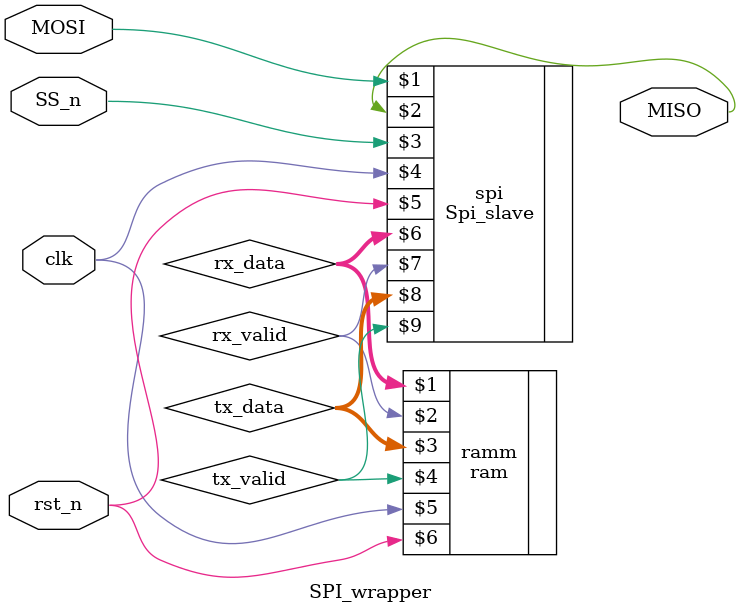
<source format=v>
module SPI_wrapper (
    MOSI,MISO,SS_n,clk,rst_n
);
    input MOSI,SS_n,clk,rst_n;
    output MISO;

    wire [9:0]rx_data ;
    wire rx_valid,tx_valid;
    wire [7:0]tx_data;
    
    Spi_slave spi(MOSI,MISO,SS_n,clk,rst_n,rx_data,rx_valid,tx_data,tx_valid);
    ram ramm(rx_data,rx_valid,tx_data,tx_valid,clk,rst_n);
endmodule
</source>
